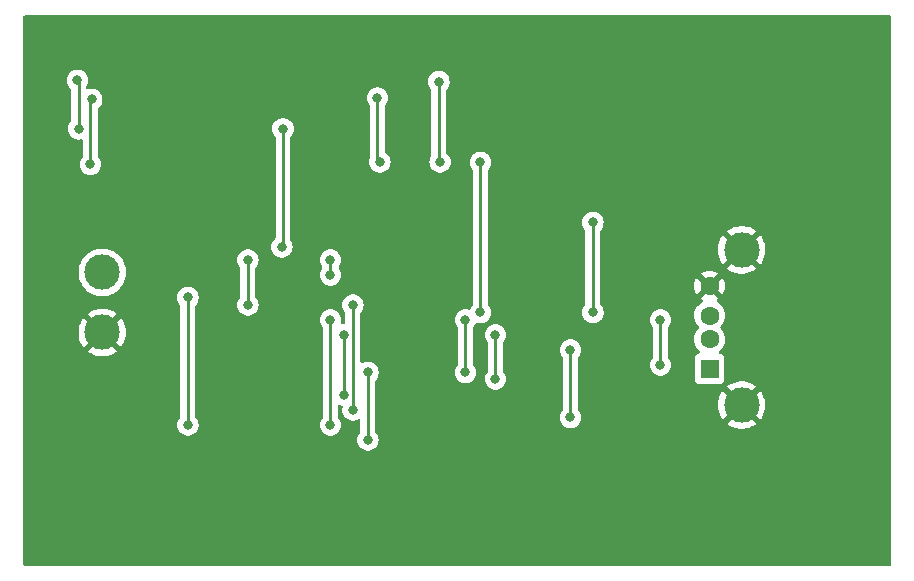
<source format=gbr>
%TF.GenerationSoftware,KiCad,Pcbnew,(6.0.4)*%
%TF.CreationDate,2022-04-27T12:43:55-07:00*%
%TF.ProjectId,SolarChargerV2,536f6c61-7243-4686-9172-67657256322e,rev?*%
%TF.SameCoordinates,Original*%
%TF.FileFunction,Copper,L2,Bot*%
%TF.FilePolarity,Positive*%
%FSLAX46Y46*%
G04 Gerber Fmt 4.6, Leading zero omitted, Abs format (unit mm)*
G04 Created by KiCad (PCBNEW (6.0.4)) date 2022-04-27 12:43:55*
%MOMM*%
%LPD*%
G01*
G04 APERTURE LIST*
%TA.AperFunction,ComponentPad*%
%ADD10C,3.000000*%
%TD*%
%TA.AperFunction,ComponentPad*%
%ADD11R,1.500000X1.600000*%
%TD*%
%TA.AperFunction,ComponentPad*%
%ADD12C,1.600000*%
%TD*%
%TA.AperFunction,ViaPad*%
%ADD13C,0.800000*%
%TD*%
%TA.AperFunction,Conductor*%
%ADD14C,0.250000*%
%TD*%
G04 APERTURE END LIST*
D10*
%TO.P,SC1,1,+*%
%TO.N,Net-(C1-Pad1)*%
X100700000Y-66460000D03*
%TO.P,SC1,2,-*%
%TO.N,GND*%
X100700000Y-71540000D03*
%TD*%
D11*
%TO.P,J1,1,VBUS*%
%TO.N,Net-(C7-Pad1)*%
X152120000Y-74620000D03*
D12*
%TO.P,J1,2,D-*%
%TO.N,unconnected-(J1-Pad2)*%
X152120000Y-72120000D03*
%TO.P,J1,3,D+*%
%TO.N,unconnected-(J1-Pad3)*%
X152120000Y-70120000D03*
%TO.P,J1,4,GND*%
%TO.N,GND*%
X152120000Y-67620000D03*
D10*
%TO.P,J1,5,Shield*%
X154830000Y-64550000D03*
X154830000Y-77690000D03*
%TD*%
D13*
%TO.N,GND*%
X97700000Y-71600000D03*
X97600000Y-59800000D03*
%TO.N,Net-(C6-Pad2)*%
X129200000Y-50300000D03*
X98700000Y-54300000D03*
X129300000Y-57100000D03*
X98600000Y-50200000D03*
%TO.N,Net-(Q1-Pad5)*%
X124200000Y-57100000D03*
X124000000Y-51700000D03*
X99800000Y-51800000D03*
X99700000Y-57300000D03*
%TO.N,Net-(C1-Pad1)*%
X115900000Y-64300000D03*
X116000000Y-54300000D03*
%TO.N,Net-(C4-Pad1)*%
X120015000Y-70485000D03*
X120015000Y-79375000D03*
%TO.N,Net-(C5-Pad1)*%
X140335000Y-78740000D03*
X140335000Y-73025000D03*
%TO.N,GND*%
X127000000Y-81915000D03*
X127000000Y-74205500D03*
X147320000Y-64770000D03*
X104140000Y-76835000D03*
X147320000Y-59690000D03*
X109855000Y-74930000D03*
X109855000Y-79375000D03*
X104140000Y-83820000D03*
X109855000Y-82550000D03*
%TO.N,Net-(C1-Pad1)*%
X107950000Y-79375000D03*
X107950000Y-68580000D03*
%TO.N,Net-(C2-Pad1)*%
X120015000Y-65405000D03*
X113030000Y-69215000D03*
X120015000Y-66675000D03*
X113030000Y-65405000D03*
%TO.N,Net-(R3-Pad1)*%
X123190000Y-74930000D03*
X131445000Y-70485000D03*
X131445000Y-74930000D03*
X123190000Y-80645000D03*
%TO.N,Net-(R4-Pad1)*%
X121920000Y-69215000D03*
X121920000Y-78105000D03*
%TO.N,Net-(C7-Pad1)*%
X142240000Y-62230000D03*
X147955000Y-70485000D03*
X142240000Y-69850000D03*
X147955000Y-74295000D03*
%TO.N,Net-(R6-Pad2)*%
X121195500Y-71755000D03*
X121195500Y-76835000D03*
%TO.N,Net-(U1-Pad6)*%
X133985000Y-71755000D03*
X133985000Y-75475500D03*
%TO.N,Net-(Q1-Pad5)*%
X132715000Y-69850000D03*
X132715000Y-57150000D03*
%TD*%
D14*
%TO.N,GND*%
X97600000Y-59800000D02*
X97600000Y-71500000D01*
X97600000Y-71500000D02*
X97700000Y-71600000D01*
%TO.N,Net-(C6-Pad2)*%
X129200000Y-57000000D02*
X129300000Y-57100000D01*
X129200000Y-50300000D02*
X129200000Y-57000000D01*
X98700000Y-50300000D02*
X98600000Y-50200000D01*
X98700000Y-54300000D02*
X98700000Y-50300000D01*
%TO.N,Net-(Q1-Pad5)*%
X124000000Y-56900000D02*
X124200000Y-57100000D01*
X124000000Y-51700000D02*
X124000000Y-56900000D01*
X99700000Y-51900000D02*
X99800000Y-51800000D01*
X99700000Y-57300000D02*
X99700000Y-51900000D01*
%TO.N,Net-(C1-Pad1)*%
X116000000Y-64200000D02*
X115900000Y-64300000D01*
X116000000Y-54300000D02*
X116000000Y-64200000D01*
%TO.N,Net-(C4-Pad1)*%
X120015000Y-79375000D02*
X120015000Y-70485000D01*
%TO.N,Net-(C5-Pad1)*%
X140335000Y-78740000D02*
X140335000Y-73025000D01*
%TO.N,GND*%
X147320000Y-64770000D02*
X147320000Y-59690000D01*
X104140000Y-83820000D02*
X104140000Y-76835000D01*
X127000000Y-74205500D02*
X127000000Y-81915000D01*
X109855000Y-82550000D02*
X109855000Y-79375000D01*
X109855000Y-74930000D02*
X109855000Y-79375000D01*
%TO.N,Net-(C1-Pad1)*%
X107950000Y-79375000D02*
X107950000Y-68580000D01*
%TO.N,Net-(C2-Pad1)*%
X113030000Y-69215000D02*
X113030000Y-65405000D01*
X120015000Y-65405000D02*
X120015000Y-66675000D01*
%TO.N,Net-(R3-Pad1)*%
X131445000Y-74930000D02*
X131445000Y-70485000D01*
X123190000Y-80645000D02*
X123190000Y-74930000D01*
%TO.N,Net-(R4-Pad1)*%
X121920000Y-69215000D02*
X121920000Y-78105000D01*
%TO.N,Net-(C7-Pad1)*%
X142240000Y-62230000D02*
X142240000Y-69850000D01*
X147955000Y-74295000D02*
X147955000Y-70485000D01*
%TO.N,Net-(R6-Pad2)*%
X121195500Y-71755000D02*
X121195500Y-76835000D01*
%TO.N,Net-(U1-Pad6)*%
X133985000Y-71755000D02*
X133985000Y-75475500D01*
%TO.N,Net-(Q1-Pad5)*%
X132715000Y-69850000D02*
X132715000Y-57150000D01*
%TD*%
%TA.AperFunction,Conductor*%
%TO.N,GND*%
G36*
X167433621Y-44728502D02*
G01*
X167480114Y-44782158D01*
X167491500Y-44834500D01*
X167491500Y-91165500D01*
X167471498Y-91233621D01*
X167417842Y-91280114D01*
X167365500Y-91291500D01*
X94134500Y-91291500D01*
X94066379Y-91271498D01*
X94019886Y-91217842D01*
X94008500Y-91165500D01*
X94008500Y-79375000D01*
X107036496Y-79375000D01*
X107037186Y-79381565D01*
X107053187Y-79533803D01*
X107056458Y-79564928D01*
X107115473Y-79746556D01*
X107210960Y-79911944D01*
X107338747Y-80053866D01*
X107493248Y-80166118D01*
X107499276Y-80168802D01*
X107499278Y-80168803D01*
X107661681Y-80241109D01*
X107667712Y-80243794D01*
X107761113Y-80263647D01*
X107848056Y-80282128D01*
X107848061Y-80282128D01*
X107854513Y-80283500D01*
X108045487Y-80283500D01*
X108051939Y-80282128D01*
X108051944Y-80282128D01*
X108138887Y-80263647D01*
X108232288Y-80243794D01*
X108238319Y-80241109D01*
X108400722Y-80168803D01*
X108400724Y-80168802D01*
X108406752Y-80166118D01*
X108561253Y-80053866D01*
X108689040Y-79911944D01*
X108784527Y-79746556D01*
X108843542Y-79564928D01*
X108846814Y-79533803D01*
X108862814Y-79381565D01*
X108863504Y-79375000D01*
X119101496Y-79375000D01*
X119102186Y-79381565D01*
X119118187Y-79533803D01*
X119121458Y-79564928D01*
X119180473Y-79746556D01*
X119275960Y-79911944D01*
X119403747Y-80053866D01*
X119558248Y-80166118D01*
X119564276Y-80168802D01*
X119564278Y-80168803D01*
X119726681Y-80241109D01*
X119732712Y-80243794D01*
X119826113Y-80263647D01*
X119913056Y-80282128D01*
X119913061Y-80282128D01*
X119919513Y-80283500D01*
X120110487Y-80283500D01*
X120116939Y-80282128D01*
X120116944Y-80282128D01*
X120203887Y-80263647D01*
X120297288Y-80243794D01*
X120303319Y-80241109D01*
X120465722Y-80168803D01*
X120465724Y-80168802D01*
X120471752Y-80166118D01*
X120626253Y-80053866D01*
X120754040Y-79911944D01*
X120849527Y-79746556D01*
X120908542Y-79564928D01*
X120911814Y-79533803D01*
X120927814Y-79381565D01*
X120928504Y-79375000D01*
X120908542Y-79185072D01*
X120849527Y-79003444D01*
X120754040Y-78838056D01*
X120680863Y-78756785D01*
X120650147Y-78692779D01*
X120648500Y-78672476D01*
X120648500Y-77779960D01*
X120668502Y-77711839D01*
X120722158Y-77665346D01*
X120792432Y-77655242D01*
X120825748Y-77664853D01*
X120853454Y-77677188D01*
X120888890Y-77692965D01*
X120913212Y-77703794D01*
X120919667Y-77705166D01*
X120919676Y-77705169D01*
X120946478Y-77710866D01*
X121008951Y-77744594D01*
X121043272Y-77806744D01*
X121040113Y-77873046D01*
X121026458Y-77915072D01*
X121006496Y-78105000D01*
X121007186Y-78111565D01*
X121018055Y-78214974D01*
X121026458Y-78294928D01*
X121085473Y-78476556D01*
X121180960Y-78641944D01*
X121308747Y-78783866D01*
X121463248Y-78896118D01*
X121469276Y-78898802D01*
X121469278Y-78898803D01*
X121631681Y-78971109D01*
X121637712Y-78973794D01*
X121731113Y-78993647D01*
X121818056Y-79012128D01*
X121818061Y-79012128D01*
X121824513Y-79013500D01*
X122015487Y-79013500D01*
X122021939Y-79012128D01*
X122021944Y-79012128D01*
X122108887Y-78993647D01*
X122202288Y-78973794D01*
X122226656Y-78962945D01*
X122376752Y-78896118D01*
X122377677Y-78898196D01*
X122436488Y-78883924D01*
X122503581Y-78907141D01*
X122547472Y-78962945D01*
X122556500Y-79009782D01*
X122556500Y-79942476D01*
X122536498Y-80010597D01*
X122524142Y-80026779D01*
X122450960Y-80108056D01*
X122355473Y-80273444D01*
X122296458Y-80455072D01*
X122276496Y-80645000D01*
X122296458Y-80834928D01*
X122355473Y-81016556D01*
X122450960Y-81181944D01*
X122578747Y-81323866D01*
X122733248Y-81436118D01*
X122739276Y-81438802D01*
X122739278Y-81438803D01*
X122901681Y-81511109D01*
X122907712Y-81513794D01*
X123001112Y-81533647D01*
X123088056Y-81552128D01*
X123088061Y-81552128D01*
X123094513Y-81553500D01*
X123285487Y-81553500D01*
X123291939Y-81552128D01*
X123291944Y-81552128D01*
X123378888Y-81533647D01*
X123472288Y-81513794D01*
X123478319Y-81511109D01*
X123640722Y-81438803D01*
X123640724Y-81438802D01*
X123646752Y-81436118D01*
X123801253Y-81323866D01*
X123929040Y-81181944D01*
X124024527Y-81016556D01*
X124083542Y-80834928D01*
X124103504Y-80645000D01*
X124083542Y-80455072D01*
X124024527Y-80273444D01*
X123929040Y-80108056D01*
X123855863Y-80026785D01*
X123825147Y-79962779D01*
X123823500Y-79942476D01*
X123823500Y-78740000D01*
X139421496Y-78740000D01*
X139422186Y-78746565D01*
X139438187Y-78898803D01*
X139441458Y-78929928D01*
X139500473Y-79111556D01*
X139595960Y-79276944D01*
X139723747Y-79418866D01*
X139878248Y-79531118D01*
X139884276Y-79533802D01*
X139884278Y-79533803D01*
X140046681Y-79606109D01*
X140052712Y-79608794D01*
X140146113Y-79628647D01*
X140233056Y-79647128D01*
X140233061Y-79647128D01*
X140239513Y-79648500D01*
X140430487Y-79648500D01*
X140436939Y-79647128D01*
X140436944Y-79647128D01*
X140523887Y-79628647D01*
X140617288Y-79608794D01*
X140623319Y-79606109D01*
X140785722Y-79533803D01*
X140785724Y-79533802D01*
X140791752Y-79531118D01*
X140946253Y-79418866D01*
X141071600Y-79279654D01*
X153605618Y-79279654D01*
X153612673Y-79289627D01*
X153643679Y-79315551D01*
X153650598Y-79320579D01*
X153875272Y-79461515D01*
X153882807Y-79465556D01*
X154124520Y-79574694D01*
X154132551Y-79577680D01*
X154386832Y-79653002D01*
X154395184Y-79654869D01*
X154657340Y-79694984D01*
X154665874Y-79695700D01*
X154931045Y-79699867D01*
X154939596Y-79699418D01*
X155202883Y-79667557D01*
X155211284Y-79665955D01*
X155467824Y-79598653D01*
X155475926Y-79595926D01*
X155720949Y-79494434D01*
X155728617Y-79490628D01*
X155957598Y-79356822D01*
X155964679Y-79352009D01*
X156044655Y-79289301D01*
X156053125Y-79277442D01*
X156046608Y-79265818D01*
X154842812Y-78062022D01*
X154828868Y-78054408D01*
X154827035Y-78054539D01*
X154820420Y-78058790D01*
X153612910Y-79266300D01*
X153605618Y-79279654D01*
X141071600Y-79279654D01*
X141074040Y-79276944D01*
X141169527Y-79111556D01*
X141228542Y-78929928D01*
X141231814Y-78898803D01*
X141247814Y-78746565D01*
X141248504Y-78740000D01*
X141228542Y-78550072D01*
X141169527Y-78368444D01*
X141074040Y-78203056D01*
X141000863Y-78121785D01*
X140970147Y-78057779D01*
X140968500Y-78037476D01*
X140968500Y-77673204D01*
X152817665Y-77673204D01*
X152832932Y-77937969D01*
X152834005Y-77946470D01*
X152885065Y-78206722D01*
X152887276Y-78214974D01*
X152973184Y-78465894D01*
X152976499Y-78473779D01*
X153095664Y-78710713D01*
X153100020Y-78718079D01*
X153229347Y-78906250D01*
X153239601Y-78914594D01*
X153253342Y-78907448D01*
X154457978Y-77702812D01*
X154464356Y-77691132D01*
X155194408Y-77691132D01*
X155194539Y-77692965D01*
X155198790Y-77699580D01*
X156405730Y-78906520D01*
X156417939Y-78913187D01*
X156429439Y-78904497D01*
X156526831Y-78771913D01*
X156531418Y-78764685D01*
X156657962Y-78531621D01*
X156661530Y-78523827D01*
X156755271Y-78275750D01*
X156757748Y-78267544D01*
X156816954Y-78009038D01*
X156818294Y-78000577D01*
X156842031Y-77734616D01*
X156842277Y-77729677D01*
X156842666Y-77692485D01*
X156842523Y-77687519D01*
X156824362Y-77421123D01*
X156823201Y-77412649D01*
X156769419Y-77152944D01*
X156767120Y-77144709D01*
X156678588Y-76894705D01*
X156675191Y-76886854D01*
X156553550Y-76651178D01*
X156549122Y-76643866D01*
X156430031Y-76474417D01*
X156419509Y-76466037D01*
X156406121Y-76473089D01*
X155202022Y-77677188D01*
X155194408Y-77691132D01*
X154464356Y-77691132D01*
X154465592Y-77688868D01*
X154465461Y-77687035D01*
X154461210Y-77680420D01*
X153253814Y-76473024D01*
X153241804Y-76466466D01*
X153230064Y-76475434D01*
X153121935Y-76625911D01*
X153117418Y-76633196D01*
X152993325Y-76867567D01*
X152989839Y-76875395D01*
X152898700Y-77124446D01*
X152896311Y-77132670D01*
X152839812Y-77391795D01*
X152838563Y-77400250D01*
X152817754Y-77664653D01*
X152817665Y-77673204D01*
X140968500Y-77673204D01*
X140968500Y-76102500D01*
X153606584Y-76102500D01*
X153612980Y-76113770D01*
X154817188Y-77317978D01*
X154831132Y-77325592D01*
X154832965Y-77325461D01*
X154839580Y-77321210D01*
X156046604Y-76114186D01*
X156053795Y-76101017D01*
X156046473Y-76090780D01*
X155999233Y-76052115D01*
X155992261Y-76047160D01*
X155766122Y-75908582D01*
X155758552Y-75904624D01*
X155515704Y-75798022D01*
X155507644Y-75795120D01*
X155252592Y-75722467D01*
X155244214Y-75720685D01*
X154981656Y-75683318D01*
X154973111Y-75682691D01*
X154707908Y-75681302D01*
X154699374Y-75681839D01*
X154436433Y-75716456D01*
X154428035Y-75718149D01*
X154172238Y-75788127D01*
X154164143Y-75790946D01*
X153920199Y-75894997D01*
X153912577Y-75898881D01*
X153685013Y-76035075D01*
X153677981Y-76039962D01*
X153615053Y-76090377D01*
X153606584Y-76102500D01*
X140968500Y-76102500D01*
X140968500Y-74295000D01*
X147041496Y-74295000D01*
X147061458Y-74484928D01*
X147120473Y-74666556D01*
X147215960Y-74831944D01*
X147343747Y-74973866D01*
X147498248Y-75086118D01*
X147504276Y-75088802D01*
X147504278Y-75088803D01*
X147666681Y-75161109D01*
X147672712Y-75163794D01*
X147766113Y-75183647D01*
X147853056Y-75202128D01*
X147853061Y-75202128D01*
X147859513Y-75203500D01*
X148050487Y-75203500D01*
X148056939Y-75202128D01*
X148056944Y-75202128D01*
X148143887Y-75183647D01*
X148237288Y-75163794D01*
X148243319Y-75161109D01*
X148405722Y-75088803D01*
X148405724Y-75088802D01*
X148411752Y-75086118D01*
X148566253Y-74973866D01*
X148694040Y-74831944D01*
X148789527Y-74666556D01*
X148848542Y-74484928D01*
X148868504Y-74295000D01*
X148853377Y-74151076D01*
X148849232Y-74111635D01*
X148849232Y-74111633D01*
X148848542Y-74105072D01*
X148789527Y-73923444D01*
X148694040Y-73758056D01*
X148620863Y-73676785D01*
X148590147Y-73612779D01*
X148588500Y-73592476D01*
X148588500Y-72120000D01*
X150806502Y-72120000D01*
X150826457Y-72348087D01*
X150827881Y-72353400D01*
X150827881Y-72353402D01*
X150850341Y-72437221D01*
X150885716Y-72569243D01*
X150888039Y-72574224D01*
X150888039Y-72574225D01*
X150980151Y-72771762D01*
X150980154Y-72771767D01*
X150982477Y-72776749D01*
X151113802Y-72964300D01*
X151272642Y-73123140D01*
X151306668Y-73185452D01*
X151301603Y-73256267D01*
X151259056Y-73313103D01*
X151227777Y-73330216D01*
X151200004Y-73340628D01*
X151131705Y-73366232D01*
X151131704Y-73366233D01*
X151123295Y-73369385D01*
X151006739Y-73456739D01*
X150919385Y-73573295D01*
X150868255Y-73709684D01*
X150861500Y-73771866D01*
X150861500Y-75468134D01*
X150868255Y-75530316D01*
X150919385Y-75666705D01*
X151006739Y-75783261D01*
X151123295Y-75870615D01*
X151259684Y-75921745D01*
X151321866Y-75928500D01*
X152918134Y-75928500D01*
X152980316Y-75921745D01*
X153116705Y-75870615D01*
X153233261Y-75783261D01*
X153320615Y-75666705D01*
X153371745Y-75530316D01*
X153378500Y-75468134D01*
X153378500Y-73771866D01*
X153371745Y-73709684D01*
X153320615Y-73573295D01*
X153233261Y-73456739D01*
X153116705Y-73369385D01*
X153108296Y-73366233D01*
X153108295Y-73366232D01*
X153039996Y-73340628D01*
X153012223Y-73330217D01*
X152955459Y-73287576D01*
X152930759Y-73221015D01*
X152945966Y-73151666D01*
X152967358Y-73123140D01*
X153126198Y-72964300D01*
X153257523Y-72776749D01*
X153259846Y-72771767D01*
X153259849Y-72771762D01*
X153351961Y-72574225D01*
X153351961Y-72574224D01*
X153354284Y-72569243D01*
X153389660Y-72437221D01*
X153412119Y-72353402D01*
X153412119Y-72353400D01*
X153413543Y-72348087D01*
X153433498Y-72120000D01*
X153413543Y-71891913D01*
X153354284Y-71670757D01*
X153294694Y-71542965D01*
X153259849Y-71468238D01*
X153259846Y-71468233D01*
X153257523Y-71463251D01*
X153126198Y-71275700D01*
X153059593Y-71209095D01*
X153025567Y-71146783D01*
X153030632Y-71075968D01*
X153059593Y-71030905D01*
X153126198Y-70964300D01*
X153257523Y-70776749D01*
X153259846Y-70771767D01*
X153259849Y-70771762D01*
X153351961Y-70574225D01*
X153351961Y-70574224D01*
X153354284Y-70569243D01*
X153374482Y-70493866D01*
X153412119Y-70353402D01*
X153412119Y-70353400D01*
X153413543Y-70348087D01*
X153433498Y-70120000D01*
X153413543Y-69891913D01*
X153407446Y-69869158D01*
X153355707Y-69676067D01*
X153355706Y-69676065D01*
X153354284Y-69670757D01*
X153343683Y-69648022D01*
X153259849Y-69468238D01*
X153259846Y-69468233D01*
X153257523Y-69463251D01*
X153148922Y-69308153D01*
X153129357Y-69280211D01*
X153129355Y-69280208D01*
X153126198Y-69275700D01*
X152964300Y-69113802D01*
X152959792Y-69110645D01*
X152959789Y-69110643D01*
X152781253Y-68985631D01*
X152776749Y-68982477D01*
X152771765Y-68980153D01*
X152769472Y-68978829D01*
X152720479Y-68927447D01*
X152707043Y-68857733D01*
X152733429Y-68791822D01*
X152769472Y-68760591D01*
X152781002Y-68753934D01*
X152833048Y-68717491D01*
X152841424Y-68707012D01*
X152834356Y-68693566D01*
X152132812Y-67992022D01*
X152118868Y-67984408D01*
X152117035Y-67984539D01*
X152110420Y-67988790D01*
X151404923Y-68694287D01*
X151398493Y-68706062D01*
X151407789Y-68718077D01*
X151458998Y-68753934D01*
X151470528Y-68760591D01*
X151519521Y-68811973D01*
X151532958Y-68881687D01*
X151506571Y-68947598D01*
X151470528Y-68978829D01*
X151468235Y-68980153D01*
X151463251Y-68982477D01*
X151458747Y-68985631D01*
X151280211Y-69110643D01*
X151280208Y-69110645D01*
X151275700Y-69113802D01*
X151113802Y-69275700D01*
X151110645Y-69280208D01*
X151110643Y-69280211D01*
X151091078Y-69308153D01*
X150982477Y-69463251D01*
X150980154Y-69468233D01*
X150980151Y-69468238D01*
X150896317Y-69648022D01*
X150885716Y-69670757D01*
X150884294Y-69676065D01*
X150884293Y-69676067D01*
X150832554Y-69869158D01*
X150826457Y-69891913D01*
X150806502Y-70120000D01*
X150826457Y-70348087D01*
X150827881Y-70353400D01*
X150827881Y-70353402D01*
X150865519Y-70493866D01*
X150885716Y-70569243D01*
X150888039Y-70574224D01*
X150888039Y-70574225D01*
X150980151Y-70771762D01*
X150980154Y-70771767D01*
X150982477Y-70776749D01*
X151113802Y-70964300D01*
X151180407Y-71030905D01*
X151214433Y-71093217D01*
X151209368Y-71164032D01*
X151180407Y-71209095D01*
X151113802Y-71275700D01*
X150982477Y-71463251D01*
X150980154Y-71468233D01*
X150980151Y-71468238D01*
X150945306Y-71542965D01*
X150885716Y-71670757D01*
X150826457Y-71891913D01*
X150806502Y-72120000D01*
X148588500Y-72120000D01*
X148588500Y-71187524D01*
X148608502Y-71119403D01*
X148620858Y-71103221D01*
X148694040Y-71021944D01*
X148789527Y-70856556D01*
X148848542Y-70674928D01*
X148851814Y-70643803D01*
X148867814Y-70491565D01*
X148868504Y-70485000D01*
X148850791Y-70316466D01*
X148849232Y-70301635D01*
X148849232Y-70301633D01*
X148848542Y-70295072D01*
X148789527Y-70113444D01*
X148694040Y-69948056D01*
X148648744Y-69897749D01*
X148570675Y-69811045D01*
X148570674Y-69811044D01*
X148566253Y-69806134D01*
X148411752Y-69693882D01*
X148405724Y-69691198D01*
X148405722Y-69691197D01*
X148243319Y-69618891D01*
X148243318Y-69618891D01*
X148237288Y-69616206D01*
X148124721Y-69592279D01*
X148056944Y-69577872D01*
X148056939Y-69577872D01*
X148050487Y-69576500D01*
X147859513Y-69576500D01*
X147853061Y-69577872D01*
X147853056Y-69577872D01*
X147785279Y-69592279D01*
X147672712Y-69616206D01*
X147666682Y-69618891D01*
X147666681Y-69618891D01*
X147504278Y-69691197D01*
X147504276Y-69691198D01*
X147498248Y-69693882D01*
X147343747Y-69806134D01*
X147339326Y-69811044D01*
X147339325Y-69811045D01*
X147261257Y-69897749D01*
X147215960Y-69948056D01*
X147120473Y-70113444D01*
X147061458Y-70295072D01*
X147060768Y-70301633D01*
X147060768Y-70301635D01*
X147059209Y-70316466D01*
X147041496Y-70485000D01*
X147042186Y-70491565D01*
X147058187Y-70643803D01*
X147061458Y-70674928D01*
X147120473Y-70856556D01*
X147215960Y-71021944D01*
X147289137Y-71103215D01*
X147319853Y-71167221D01*
X147321500Y-71187524D01*
X147321500Y-73592476D01*
X147301498Y-73660597D01*
X147289142Y-73676779D01*
X147215960Y-73758056D01*
X147120473Y-73923444D01*
X147061458Y-74105072D01*
X147060768Y-74111633D01*
X147060768Y-74111635D01*
X147056623Y-74151076D01*
X147041496Y-74295000D01*
X140968500Y-74295000D01*
X140968500Y-73727524D01*
X140988502Y-73659403D01*
X141000858Y-73643221D01*
X141074040Y-73561944D01*
X141151558Y-73427680D01*
X141166223Y-73402279D01*
X141166224Y-73402278D01*
X141169527Y-73396556D01*
X141228542Y-73214928D01*
X141248504Y-73025000D01*
X141228542Y-72835072D01*
X141169527Y-72653444D01*
X141147150Y-72614685D01*
X141077341Y-72493774D01*
X141074040Y-72488056D01*
X140946253Y-72346134D01*
X140791752Y-72233882D01*
X140785724Y-72231198D01*
X140785722Y-72231197D01*
X140623319Y-72158891D01*
X140623318Y-72158891D01*
X140617288Y-72156206D01*
X140504721Y-72132279D01*
X140436944Y-72117872D01*
X140436939Y-72117872D01*
X140430487Y-72116500D01*
X140239513Y-72116500D01*
X140233061Y-72117872D01*
X140233056Y-72117872D01*
X140165279Y-72132279D01*
X140052712Y-72156206D01*
X140046682Y-72158891D01*
X140046681Y-72158891D01*
X139884278Y-72231197D01*
X139884276Y-72231198D01*
X139878248Y-72233882D01*
X139723747Y-72346134D01*
X139595960Y-72488056D01*
X139592659Y-72493774D01*
X139522851Y-72614685D01*
X139500473Y-72653444D01*
X139441458Y-72835072D01*
X139421496Y-73025000D01*
X139441458Y-73214928D01*
X139500473Y-73396556D01*
X139503776Y-73402278D01*
X139503777Y-73402279D01*
X139518442Y-73427680D01*
X139595960Y-73561944D01*
X139669137Y-73643215D01*
X139699853Y-73707221D01*
X139701500Y-73727524D01*
X139701500Y-78037476D01*
X139681498Y-78105597D01*
X139669142Y-78121779D01*
X139595960Y-78203056D01*
X139500473Y-78368444D01*
X139441458Y-78550072D01*
X139421496Y-78740000D01*
X123823500Y-78740000D01*
X123823500Y-75632524D01*
X123843502Y-75564403D01*
X123855858Y-75548221D01*
X123929040Y-75466944D01*
X124024527Y-75301556D01*
X124083542Y-75119928D01*
X124084562Y-75110229D01*
X124102814Y-74936565D01*
X124103504Y-74930000D01*
X130531496Y-74930000D01*
X130532186Y-74936565D01*
X130550439Y-75110229D01*
X130551458Y-75119928D01*
X130610473Y-75301556D01*
X130705960Y-75466944D01*
X130833747Y-75608866D01*
X130988248Y-75721118D01*
X130994276Y-75723802D01*
X130994278Y-75723803D01*
X131127824Y-75783261D01*
X131162712Y-75798794D01*
X131256112Y-75818647D01*
X131343056Y-75837128D01*
X131343061Y-75837128D01*
X131349513Y-75838500D01*
X131540487Y-75838500D01*
X131546939Y-75837128D01*
X131546944Y-75837128D01*
X131633888Y-75818647D01*
X131727288Y-75798794D01*
X131762176Y-75783261D01*
X131895722Y-75723803D01*
X131895724Y-75723802D01*
X131901752Y-75721118D01*
X132056253Y-75608866D01*
X132176336Y-75475500D01*
X133071496Y-75475500D01*
X133072186Y-75482065D01*
X133090709Y-75658297D01*
X133091458Y-75665428D01*
X133150473Y-75847056D01*
X133245960Y-76012444D01*
X133373747Y-76154366D01*
X133528248Y-76266618D01*
X133534276Y-76269302D01*
X133534278Y-76269303D01*
X133696681Y-76341609D01*
X133702712Y-76344294D01*
X133796112Y-76364147D01*
X133883056Y-76382628D01*
X133883061Y-76382628D01*
X133889513Y-76384000D01*
X134080487Y-76384000D01*
X134086939Y-76382628D01*
X134086944Y-76382628D01*
X134173888Y-76364147D01*
X134267288Y-76344294D01*
X134273319Y-76341609D01*
X134435722Y-76269303D01*
X134435724Y-76269302D01*
X134441752Y-76266618D01*
X134596253Y-76154366D01*
X134724040Y-76012444D01*
X134819527Y-75847056D01*
X134878542Y-75665428D01*
X134879292Y-75658297D01*
X134897814Y-75482065D01*
X134898504Y-75475500D01*
X134897004Y-75461226D01*
X134879232Y-75292135D01*
X134879232Y-75292133D01*
X134878542Y-75285572D01*
X134819527Y-75103944D01*
X134806995Y-75082237D01*
X134727341Y-74944274D01*
X134724040Y-74938556D01*
X134650863Y-74857285D01*
X134620147Y-74793279D01*
X134618500Y-74772976D01*
X134618500Y-72457524D01*
X134638502Y-72389403D01*
X134650858Y-72373221D01*
X134724040Y-72291944D01*
X134819527Y-72126556D01*
X134878542Y-71944928D01*
X134898504Y-71755000D01*
X134878542Y-71565072D01*
X134819527Y-71383444D01*
X134724040Y-71218056D01*
X134715972Y-71209095D01*
X134600675Y-71081045D01*
X134600674Y-71081044D01*
X134596253Y-71076134D01*
X134484182Y-70994709D01*
X134447094Y-70967763D01*
X134447093Y-70967762D01*
X134441752Y-70963882D01*
X134435724Y-70961198D01*
X134435722Y-70961197D01*
X134273319Y-70888891D01*
X134273318Y-70888891D01*
X134267288Y-70886206D01*
X134154712Y-70862277D01*
X134086944Y-70847872D01*
X134086939Y-70847872D01*
X134080487Y-70846500D01*
X133889513Y-70846500D01*
X133883061Y-70847872D01*
X133883056Y-70847872D01*
X133815288Y-70862277D01*
X133702712Y-70886206D01*
X133696682Y-70888891D01*
X133696681Y-70888891D01*
X133534278Y-70961197D01*
X133534276Y-70961198D01*
X133528248Y-70963882D01*
X133522907Y-70967762D01*
X133522906Y-70967763D01*
X133485818Y-70994709D01*
X133373747Y-71076134D01*
X133369326Y-71081044D01*
X133369325Y-71081045D01*
X133254029Y-71209095D01*
X133245960Y-71218056D01*
X133150473Y-71383444D01*
X133091458Y-71565072D01*
X133071496Y-71755000D01*
X133091458Y-71944928D01*
X133150473Y-72126556D01*
X133245960Y-72291944D01*
X133319137Y-72373215D01*
X133349853Y-72437221D01*
X133351500Y-72457524D01*
X133351500Y-74772976D01*
X133331498Y-74841097D01*
X133319142Y-74857279D01*
X133245960Y-74938556D01*
X133242659Y-74944274D01*
X133163006Y-75082237D01*
X133150473Y-75103944D01*
X133091458Y-75285572D01*
X133090768Y-75292133D01*
X133090768Y-75292135D01*
X133072996Y-75461226D01*
X133071496Y-75475500D01*
X132176336Y-75475500D01*
X132184040Y-75466944D01*
X132279527Y-75301556D01*
X132338542Y-75119928D01*
X132339562Y-75110229D01*
X132357814Y-74936565D01*
X132358504Y-74930000D01*
X132338542Y-74740072D01*
X132279527Y-74558444D01*
X132184040Y-74393056D01*
X132110863Y-74311785D01*
X132080147Y-74247779D01*
X132078500Y-74227476D01*
X132078500Y-71187524D01*
X132098502Y-71119403D01*
X132110858Y-71103221D01*
X132184040Y-71021944D01*
X132279527Y-70856556D01*
X132282795Y-70846500D01*
X132296235Y-70805135D01*
X132336309Y-70746530D01*
X132401706Y-70718893D01*
X132442265Y-70720825D01*
X132613056Y-70757128D01*
X132613061Y-70757128D01*
X132619513Y-70758500D01*
X132810487Y-70758500D01*
X132816939Y-70757128D01*
X132816944Y-70757128D01*
X132912323Y-70736854D01*
X132997288Y-70718794D01*
X133081706Y-70681209D01*
X133165722Y-70643803D01*
X133165724Y-70643802D01*
X133171752Y-70641118D01*
X133326253Y-70528866D01*
X133365750Y-70485000D01*
X133449621Y-70391852D01*
X133449622Y-70391851D01*
X133454040Y-70386944D01*
X133549527Y-70221556D01*
X133608542Y-70039928D01*
X133611814Y-70008803D01*
X133627814Y-69856565D01*
X133628504Y-69850000D01*
X141326496Y-69850000D01*
X141327186Y-69856565D01*
X141343187Y-70008803D01*
X141346458Y-70039928D01*
X141405473Y-70221556D01*
X141500960Y-70386944D01*
X141505378Y-70391851D01*
X141505379Y-70391852D01*
X141589250Y-70485000D01*
X141628747Y-70528866D01*
X141783248Y-70641118D01*
X141789276Y-70643802D01*
X141789278Y-70643803D01*
X141873294Y-70681209D01*
X141957712Y-70718794D01*
X142042677Y-70736854D01*
X142138056Y-70757128D01*
X142138061Y-70757128D01*
X142144513Y-70758500D01*
X142335487Y-70758500D01*
X142341939Y-70757128D01*
X142341944Y-70757128D01*
X142437323Y-70736854D01*
X142522288Y-70718794D01*
X142606706Y-70681209D01*
X142690722Y-70643803D01*
X142690724Y-70643802D01*
X142696752Y-70641118D01*
X142851253Y-70528866D01*
X142890750Y-70485000D01*
X142974621Y-70391852D01*
X142974622Y-70391851D01*
X142979040Y-70386944D01*
X143074527Y-70221556D01*
X143133542Y-70039928D01*
X143136814Y-70008803D01*
X143152814Y-69856565D01*
X143153504Y-69850000D01*
X143142468Y-69744997D01*
X143134232Y-69666635D01*
X143134232Y-69666633D01*
X143133542Y-69660072D01*
X143074527Y-69478444D01*
X142979040Y-69313056D01*
X142905863Y-69231785D01*
X142875147Y-69167779D01*
X142873500Y-69147476D01*
X142873500Y-67625475D01*
X150807483Y-67625475D01*
X150826472Y-67842519D01*
X150828375Y-67853312D01*
X150884764Y-68063761D01*
X150888510Y-68074053D01*
X150980586Y-68271511D01*
X150986069Y-68281006D01*
X151022509Y-68333048D01*
X151032988Y-68341424D01*
X151046434Y-68334356D01*
X151747978Y-67632812D01*
X151754356Y-67621132D01*
X152484408Y-67621132D01*
X152484539Y-67622965D01*
X152488790Y-67629580D01*
X153194287Y-68335077D01*
X153206062Y-68341507D01*
X153218077Y-68332211D01*
X153253931Y-68281006D01*
X153259414Y-68271511D01*
X153351490Y-68074053D01*
X153355236Y-68063761D01*
X153411625Y-67853312D01*
X153413528Y-67842519D01*
X153432517Y-67625475D01*
X153432517Y-67614525D01*
X153413528Y-67397481D01*
X153411625Y-67386688D01*
X153355236Y-67176239D01*
X153351490Y-67165947D01*
X153259414Y-66968489D01*
X153253931Y-66958994D01*
X153217491Y-66906952D01*
X153207012Y-66898576D01*
X153193566Y-66905644D01*
X152492022Y-67607188D01*
X152484408Y-67621132D01*
X151754356Y-67621132D01*
X151755592Y-67618868D01*
X151755461Y-67617035D01*
X151751210Y-67610420D01*
X151045713Y-66904923D01*
X151033938Y-66898493D01*
X151021923Y-66907789D01*
X150986069Y-66958994D01*
X150980586Y-66968489D01*
X150888510Y-67165947D01*
X150884764Y-67176239D01*
X150828375Y-67386688D01*
X150826472Y-67397481D01*
X150807483Y-67614525D01*
X150807483Y-67625475D01*
X142873500Y-67625475D01*
X142873500Y-66532988D01*
X151398576Y-66532988D01*
X151405644Y-66546434D01*
X152107188Y-67247978D01*
X152121132Y-67255592D01*
X152122965Y-67255461D01*
X152129580Y-67251210D01*
X152835077Y-66545713D01*
X152841507Y-66533938D01*
X152832211Y-66521923D01*
X152781006Y-66486069D01*
X152771511Y-66480586D01*
X152574053Y-66388510D01*
X152563761Y-66384764D01*
X152353312Y-66328375D01*
X152342519Y-66326472D01*
X152125475Y-66307483D01*
X152114525Y-66307483D01*
X151897481Y-66326472D01*
X151886688Y-66328375D01*
X151676239Y-66384764D01*
X151665947Y-66388510D01*
X151468489Y-66480586D01*
X151458994Y-66486069D01*
X151406952Y-66522509D01*
X151398576Y-66532988D01*
X142873500Y-66532988D01*
X142873500Y-66139654D01*
X153605618Y-66139654D01*
X153612673Y-66149627D01*
X153643679Y-66175551D01*
X153650598Y-66180579D01*
X153875272Y-66321515D01*
X153882807Y-66325556D01*
X154124520Y-66434694D01*
X154132551Y-66437680D01*
X154386832Y-66513002D01*
X154395184Y-66514869D01*
X154657340Y-66554984D01*
X154665874Y-66555700D01*
X154931045Y-66559867D01*
X154939596Y-66559418D01*
X155202883Y-66527557D01*
X155211284Y-66525955D01*
X155467824Y-66458653D01*
X155475926Y-66455926D01*
X155720949Y-66354434D01*
X155728617Y-66350628D01*
X155957598Y-66216822D01*
X155964679Y-66212009D01*
X156044655Y-66149301D01*
X156053125Y-66137442D01*
X156046608Y-66125818D01*
X154842812Y-64922022D01*
X154828868Y-64914408D01*
X154827035Y-64914539D01*
X154820420Y-64918790D01*
X153612910Y-66126300D01*
X153605618Y-66139654D01*
X142873500Y-66139654D01*
X142873500Y-64533204D01*
X152817665Y-64533204D01*
X152832932Y-64797969D01*
X152834005Y-64806470D01*
X152885065Y-65066722D01*
X152887276Y-65074974D01*
X152973184Y-65325894D01*
X152976499Y-65333779D01*
X153095664Y-65570713D01*
X153100020Y-65578079D01*
X153229347Y-65766250D01*
X153239601Y-65774594D01*
X153253342Y-65767448D01*
X154457978Y-64562812D01*
X154464356Y-64551132D01*
X155194408Y-64551132D01*
X155194539Y-64552965D01*
X155198790Y-64559580D01*
X156405730Y-65766520D01*
X156417939Y-65773187D01*
X156429439Y-65764497D01*
X156526831Y-65631913D01*
X156531418Y-65624685D01*
X156657962Y-65391621D01*
X156661530Y-65383827D01*
X156755271Y-65135750D01*
X156757748Y-65127544D01*
X156816954Y-64869038D01*
X156818294Y-64860577D01*
X156842031Y-64594616D01*
X156842277Y-64589677D01*
X156842666Y-64552485D01*
X156842523Y-64547519D01*
X156824362Y-64281123D01*
X156823201Y-64272649D01*
X156769419Y-64012944D01*
X156767120Y-64004709D01*
X156678588Y-63754705D01*
X156675191Y-63746854D01*
X156553550Y-63511178D01*
X156549122Y-63503866D01*
X156430031Y-63334417D01*
X156419509Y-63326037D01*
X156406121Y-63333089D01*
X155202022Y-64537188D01*
X155194408Y-64551132D01*
X154464356Y-64551132D01*
X154465592Y-64548868D01*
X154465461Y-64547035D01*
X154461210Y-64540420D01*
X153253814Y-63333024D01*
X153241804Y-63326466D01*
X153230064Y-63335434D01*
X153121935Y-63485911D01*
X153117418Y-63493196D01*
X152993325Y-63727567D01*
X152989839Y-63735395D01*
X152898700Y-63984446D01*
X152896311Y-63992670D01*
X152839812Y-64251795D01*
X152838563Y-64260250D01*
X152817754Y-64524653D01*
X152817665Y-64533204D01*
X142873500Y-64533204D01*
X142873500Y-62962500D01*
X153606584Y-62962500D01*
X153612980Y-62973770D01*
X154817188Y-64177978D01*
X154831132Y-64185592D01*
X154832965Y-64185461D01*
X154839580Y-64181210D01*
X156046604Y-62974186D01*
X156053795Y-62961017D01*
X156046473Y-62950780D01*
X155999233Y-62912115D01*
X155992261Y-62907160D01*
X155766122Y-62768582D01*
X155758552Y-62764624D01*
X155515704Y-62658022D01*
X155507644Y-62655120D01*
X155252592Y-62582467D01*
X155244214Y-62580685D01*
X154981656Y-62543318D01*
X154973111Y-62542691D01*
X154707908Y-62541302D01*
X154699374Y-62541839D01*
X154436433Y-62576456D01*
X154428035Y-62578149D01*
X154172238Y-62648127D01*
X154164143Y-62650946D01*
X153920199Y-62754997D01*
X153912577Y-62758881D01*
X153685013Y-62895075D01*
X153677981Y-62899962D01*
X153615053Y-62950377D01*
X153606584Y-62962500D01*
X142873500Y-62962500D01*
X142873500Y-62932524D01*
X142893502Y-62864403D01*
X142905858Y-62848221D01*
X142979040Y-62766944D01*
X143074527Y-62601556D01*
X143133542Y-62419928D01*
X143153504Y-62230000D01*
X143133542Y-62040072D01*
X143074527Y-61858444D01*
X142979040Y-61693056D01*
X142851253Y-61551134D01*
X142696752Y-61438882D01*
X142690724Y-61436198D01*
X142690722Y-61436197D01*
X142528319Y-61363891D01*
X142528318Y-61363891D01*
X142522288Y-61361206D01*
X142428887Y-61341353D01*
X142341944Y-61322872D01*
X142341939Y-61322872D01*
X142335487Y-61321500D01*
X142144513Y-61321500D01*
X142138061Y-61322872D01*
X142138056Y-61322872D01*
X142051113Y-61341353D01*
X141957712Y-61361206D01*
X141951682Y-61363891D01*
X141951681Y-61363891D01*
X141789278Y-61436197D01*
X141789276Y-61436198D01*
X141783248Y-61438882D01*
X141628747Y-61551134D01*
X141500960Y-61693056D01*
X141405473Y-61858444D01*
X141346458Y-62040072D01*
X141326496Y-62230000D01*
X141346458Y-62419928D01*
X141405473Y-62601556D01*
X141500960Y-62766944D01*
X141574137Y-62848215D01*
X141604853Y-62912221D01*
X141606500Y-62932524D01*
X141606500Y-69147476D01*
X141586498Y-69215597D01*
X141574142Y-69231779D01*
X141500960Y-69313056D01*
X141405473Y-69478444D01*
X141346458Y-69660072D01*
X141345768Y-69666633D01*
X141345768Y-69666635D01*
X141337532Y-69744997D01*
X141326496Y-69850000D01*
X133628504Y-69850000D01*
X133617468Y-69744997D01*
X133609232Y-69666635D01*
X133609232Y-69666633D01*
X133608542Y-69660072D01*
X133549527Y-69478444D01*
X133454040Y-69313056D01*
X133380863Y-69231785D01*
X133350147Y-69167779D01*
X133348500Y-69147476D01*
X133348500Y-57852524D01*
X133368502Y-57784403D01*
X133380858Y-57768221D01*
X133454040Y-57686944D01*
X133549527Y-57521556D01*
X133608542Y-57339928D01*
X133628504Y-57150000D01*
X133608542Y-56960072D01*
X133549527Y-56778444D01*
X133454040Y-56613056D01*
X133426707Y-56582699D01*
X133330675Y-56476045D01*
X133330674Y-56476044D01*
X133326253Y-56471134D01*
X133227157Y-56399136D01*
X133177094Y-56362763D01*
X133177093Y-56362762D01*
X133171752Y-56358882D01*
X133165724Y-56356198D01*
X133165722Y-56356197D01*
X133003319Y-56283891D01*
X133003318Y-56283891D01*
X132997288Y-56281206D01*
X132903887Y-56261353D01*
X132816944Y-56242872D01*
X132816939Y-56242872D01*
X132810487Y-56241500D01*
X132619513Y-56241500D01*
X132613061Y-56242872D01*
X132613056Y-56242872D01*
X132526113Y-56261353D01*
X132432712Y-56281206D01*
X132426682Y-56283891D01*
X132426681Y-56283891D01*
X132264278Y-56356197D01*
X132264276Y-56356198D01*
X132258248Y-56358882D01*
X132252907Y-56362762D01*
X132252906Y-56362763D01*
X132202843Y-56399136D01*
X132103747Y-56471134D01*
X132099326Y-56476044D01*
X132099325Y-56476045D01*
X132003294Y-56582699D01*
X131975960Y-56613056D01*
X131880473Y-56778444D01*
X131821458Y-56960072D01*
X131801496Y-57150000D01*
X131821458Y-57339928D01*
X131880473Y-57521556D01*
X131975960Y-57686944D01*
X132049137Y-57768215D01*
X132079853Y-57832221D01*
X132081500Y-57852524D01*
X132081500Y-69147476D01*
X132061498Y-69215597D01*
X132049142Y-69231779D01*
X131975960Y-69313056D01*
X131880473Y-69478444D01*
X131878433Y-69484724D01*
X131878432Y-69484725D01*
X131863765Y-69529865D01*
X131823691Y-69588470D01*
X131758294Y-69616107D01*
X131717735Y-69614175D01*
X131546944Y-69577872D01*
X131546939Y-69577872D01*
X131540487Y-69576500D01*
X131349513Y-69576500D01*
X131343061Y-69577872D01*
X131343056Y-69577872D01*
X131275279Y-69592279D01*
X131162712Y-69616206D01*
X131156682Y-69618891D01*
X131156681Y-69618891D01*
X130994278Y-69691197D01*
X130994276Y-69691198D01*
X130988248Y-69693882D01*
X130833747Y-69806134D01*
X130829326Y-69811044D01*
X130829325Y-69811045D01*
X130751257Y-69897749D01*
X130705960Y-69948056D01*
X130610473Y-70113444D01*
X130551458Y-70295072D01*
X130550768Y-70301633D01*
X130550768Y-70301635D01*
X130549209Y-70316466D01*
X130531496Y-70485000D01*
X130532186Y-70491565D01*
X130548187Y-70643803D01*
X130551458Y-70674928D01*
X130610473Y-70856556D01*
X130705960Y-71021944D01*
X130779137Y-71103215D01*
X130809853Y-71167221D01*
X130811500Y-71187524D01*
X130811500Y-74227476D01*
X130791498Y-74295597D01*
X130779142Y-74311779D01*
X130705960Y-74393056D01*
X130610473Y-74558444D01*
X130551458Y-74740072D01*
X130531496Y-74930000D01*
X124103504Y-74930000D01*
X124083542Y-74740072D01*
X124024527Y-74558444D01*
X123929040Y-74393056D01*
X123801253Y-74251134D01*
X123646752Y-74138882D01*
X123640724Y-74136198D01*
X123640722Y-74136197D01*
X123478319Y-74063891D01*
X123478318Y-74063891D01*
X123472288Y-74061206D01*
X123378887Y-74041353D01*
X123291944Y-74022872D01*
X123291939Y-74022872D01*
X123285487Y-74021500D01*
X123094513Y-74021500D01*
X123088061Y-74022872D01*
X123088056Y-74022872D01*
X123001113Y-74041353D01*
X122907712Y-74061206D01*
X122901682Y-74063891D01*
X122901681Y-74063891D01*
X122809187Y-74105072D01*
X122733248Y-74138882D01*
X122732323Y-74136804D01*
X122673512Y-74151076D01*
X122606419Y-74127859D01*
X122562528Y-74072055D01*
X122553500Y-74025218D01*
X122553500Y-69917524D01*
X122573502Y-69849403D01*
X122585858Y-69833221D01*
X122659040Y-69751944D01*
X122754527Y-69586556D01*
X122813542Y-69404928D01*
X122833504Y-69215000D01*
X122813542Y-69025072D01*
X122754527Y-68843444D01*
X122733199Y-68806502D01*
X122668411Y-68694287D01*
X122659040Y-68678056D01*
X122531253Y-68536134D01*
X122395542Y-68437534D01*
X122382094Y-68427763D01*
X122382093Y-68427762D01*
X122376752Y-68423882D01*
X122370724Y-68421198D01*
X122370722Y-68421197D01*
X122208319Y-68348891D01*
X122208318Y-68348891D01*
X122202288Y-68346206D01*
X122108888Y-68326353D01*
X122021944Y-68307872D01*
X122021939Y-68307872D01*
X122015487Y-68306500D01*
X121824513Y-68306500D01*
X121818061Y-68307872D01*
X121818056Y-68307872D01*
X121731112Y-68326353D01*
X121637712Y-68346206D01*
X121631682Y-68348891D01*
X121631681Y-68348891D01*
X121469278Y-68421197D01*
X121469276Y-68421198D01*
X121463248Y-68423882D01*
X121457907Y-68427762D01*
X121457906Y-68427763D01*
X121444458Y-68437534D01*
X121308747Y-68536134D01*
X121180960Y-68678056D01*
X121171589Y-68694287D01*
X121106802Y-68806502D01*
X121085473Y-68843444D01*
X121026458Y-69025072D01*
X121006496Y-69215000D01*
X121026458Y-69404928D01*
X121085473Y-69586556D01*
X121180960Y-69751944D01*
X121254137Y-69833215D01*
X121284853Y-69897221D01*
X121286500Y-69917524D01*
X121286500Y-70720500D01*
X121266498Y-70788621D01*
X121212842Y-70835114D01*
X121160500Y-70846500D01*
X121100013Y-70846500D01*
X121093561Y-70847872D01*
X121093556Y-70847872D01*
X121047924Y-70857572D01*
X120977133Y-70852170D01*
X120920501Y-70809353D01*
X120896007Y-70742716D01*
X120901894Y-70695390D01*
X120906502Y-70681209D01*
X120906504Y-70681202D01*
X120908542Y-70674928D01*
X120911814Y-70643803D01*
X120927814Y-70491565D01*
X120928504Y-70485000D01*
X120910791Y-70316466D01*
X120909232Y-70301635D01*
X120909232Y-70301633D01*
X120908542Y-70295072D01*
X120849527Y-70113444D01*
X120754040Y-69948056D01*
X120708744Y-69897749D01*
X120630675Y-69811045D01*
X120630674Y-69811044D01*
X120626253Y-69806134D01*
X120471752Y-69693882D01*
X120465724Y-69691198D01*
X120465722Y-69691197D01*
X120303319Y-69618891D01*
X120303318Y-69618891D01*
X120297288Y-69616206D01*
X120184721Y-69592279D01*
X120116944Y-69577872D01*
X120116939Y-69577872D01*
X120110487Y-69576500D01*
X119919513Y-69576500D01*
X119913061Y-69577872D01*
X119913056Y-69577872D01*
X119845279Y-69592279D01*
X119732712Y-69616206D01*
X119726682Y-69618891D01*
X119726681Y-69618891D01*
X119564278Y-69691197D01*
X119564276Y-69691198D01*
X119558248Y-69693882D01*
X119403747Y-69806134D01*
X119399326Y-69811044D01*
X119399325Y-69811045D01*
X119321257Y-69897749D01*
X119275960Y-69948056D01*
X119180473Y-70113444D01*
X119121458Y-70295072D01*
X119120768Y-70301633D01*
X119120768Y-70301635D01*
X119119209Y-70316466D01*
X119101496Y-70485000D01*
X119102186Y-70491565D01*
X119118187Y-70643803D01*
X119121458Y-70674928D01*
X119180473Y-70856556D01*
X119275960Y-71021944D01*
X119349137Y-71103215D01*
X119379853Y-71167221D01*
X119381500Y-71187524D01*
X119381500Y-78672476D01*
X119361498Y-78740597D01*
X119349142Y-78756779D01*
X119275960Y-78838056D01*
X119180473Y-79003444D01*
X119121458Y-79185072D01*
X119101496Y-79375000D01*
X108863504Y-79375000D01*
X108843542Y-79185072D01*
X108784527Y-79003444D01*
X108689040Y-78838056D01*
X108615863Y-78756785D01*
X108585147Y-78692779D01*
X108583500Y-78672476D01*
X108583500Y-69282524D01*
X108603327Y-69215000D01*
X112116496Y-69215000D01*
X112136458Y-69404928D01*
X112195473Y-69586556D01*
X112290960Y-69751944D01*
X112295375Y-69756847D01*
X112295379Y-69756852D01*
X112412203Y-69886598D01*
X112418747Y-69893866D01*
X112573248Y-70006118D01*
X112579276Y-70008802D01*
X112579278Y-70008803D01*
X112741681Y-70081109D01*
X112747712Y-70083794D01*
X112841112Y-70103647D01*
X112928056Y-70122128D01*
X112928061Y-70122128D01*
X112934513Y-70123500D01*
X113125487Y-70123500D01*
X113131939Y-70122128D01*
X113131944Y-70122128D01*
X113218888Y-70103647D01*
X113312288Y-70083794D01*
X113318319Y-70081109D01*
X113480722Y-70008803D01*
X113480724Y-70008802D01*
X113486752Y-70006118D01*
X113641253Y-69893866D01*
X113647797Y-69886598D01*
X113764621Y-69756852D01*
X113764625Y-69756847D01*
X113769040Y-69751944D01*
X113864527Y-69586556D01*
X113923542Y-69404928D01*
X113943504Y-69215000D01*
X113923542Y-69025072D01*
X113864527Y-68843444D01*
X113843199Y-68806502D01*
X113778411Y-68694287D01*
X113769040Y-68678056D01*
X113695863Y-68596785D01*
X113665147Y-68532779D01*
X113663500Y-68512476D01*
X113663500Y-66675000D01*
X119101496Y-66675000D01*
X119121458Y-66864928D01*
X119180473Y-67046556D01*
X119275960Y-67211944D01*
X119280378Y-67216851D01*
X119280379Y-67216852D01*
X119399325Y-67348955D01*
X119403747Y-67353866D01*
X119558248Y-67466118D01*
X119564276Y-67468802D01*
X119564278Y-67468803D01*
X119600206Y-67484799D01*
X119732712Y-67543794D01*
X119826112Y-67563647D01*
X119913056Y-67582128D01*
X119913061Y-67582128D01*
X119919513Y-67583500D01*
X120110487Y-67583500D01*
X120116939Y-67582128D01*
X120116944Y-67582128D01*
X120203888Y-67563647D01*
X120297288Y-67543794D01*
X120429794Y-67484799D01*
X120465722Y-67468803D01*
X120465724Y-67468802D01*
X120471752Y-67466118D01*
X120626253Y-67353866D01*
X120630675Y-67348955D01*
X120749621Y-67216852D01*
X120749622Y-67216851D01*
X120754040Y-67211944D01*
X120849527Y-67046556D01*
X120908542Y-66864928D01*
X120928504Y-66675000D01*
X120908542Y-66485072D01*
X120849527Y-66303444D01*
X120754040Y-66138056D01*
X120741662Y-66124309D01*
X120710946Y-66060303D01*
X120719710Y-65989850D01*
X120741661Y-65955693D01*
X120754040Y-65941944D01*
X120849527Y-65776556D01*
X120908542Y-65594928D01*
X120928504Y-65405000D01*
X120926279Y-65383827D01*
X120909232Y-65221635D01*
X120909232Y-65221633D01*
X120908542Y-65215072D01*
X120849527Y-65033444D01*
X120754040Y-64868056D01*
X120690934Y-64797969D01*
X120630675Y-64731045D01*
X120630674Y-64731044D01*
X120626253Y-64726134D01*
X120471752Y-64613882D01*
X120465724Y-64611198D01*
X120465722Y-64611197D01*
X120303319Y-64538891D01*
X120303318Y-64538891D01*
X120297288Y-64536206D01*
X120203888Y-64516353D01*
X120116944Y-64497872D01*
X120116939Y-64497872D01*
X120110487Y-64496500D01*
X119919513Y-64496500D01*
X119913061Y-64497872D01*
X119913056Y-64497872D01*
X119826112Y-64516353D01*
X119732712Y-64536206D01*
X119726682Y-64538891D01*
X119726681Y-64538891D01*
X119564278Y-64611197D01*
X119564276Y-64611198D01*
X119558248Y-64613882D01*
X119403747Y-64726134D01*
X119399326Y-64731044D01*
X119399325Y-64731045D01*
X119339067Y-64797969D01*
X119275960Y-64868056D01*
X119180473Y-65033444D01*
X119121458Y-65215072D01*
X119120768Y-65221633D01*
X119120768Y-65221635D01*
X119103721Y-65383827D01*
X119101496Y-65405000D01*
X119121458Y-65594928D01*
X119180473Y-65776556D01*
X119275960Y-65941944D01*
X119288338Y-65955691D01*
X119319054Y-66019697D01*
X119310290Y-66090150D01*
X119288339Y-66124307D01*
X119275960Y-66138056D01*
X119180473Y-66303444D01*
X119121458Y-66485072D01*
X119101496Y-66675000D01*
X113663500Y-66675000D01*
X113663500Y-66107524D01*
X113683502Y-66039403D01*
X113695858Y-66023221D01*
X113769040Y-65941944D01*
X113864527Y-65776556D01*
X113923542Y-65594928D01*
X113943504Y-65405000D01*
X113941279Y-65383827D01*
X113924232Y-65221635D01*
X113924232Y-65221633D01*
X113923542Y-65215072D01*
X113864527Y-65033444D01*
X113769040Y-64868056D01*
X113705934Y-64797969D01*
X113645675Y-64731045D01*
X113645674Y-64731044D01*
X113641253Y-64726134D01*
X113486752Y-64613882D01*
X113480724Y-64611198D01*
X113480722Y-64611197D01*
X113318319Y-64538891D01*
X113318318Y-64538891D01*
X113312288Y-64536206D01*
X113218888Y-64516353D01*
X113131944Y-64497872D01*
X113131939Y-64497872D01*
X113125487Y-64496500D01*
X112934513Y-64496500D01*
X112928061Y-64497872D01*
X112928056Y-64497872D01*
X112841112Y-64516353D01*
X112747712Y-64536206D01*
X112741682Y-64538891D01*
X112741681Y-64538891D01*
X112579278Y-64611197D01*
X112579276Y-64611198D01*
X112573248Y-64613882D01*
X112418747Y-64726134D01*
X112414326Y-64731044D01*
X112414325Y-64731045D01*
X112354067Y-64797969D01*
X112290960Y-64868056D01*
X112195473Y-65033444D01*
X112136458Y-65215072D01*
X112135768Y-65221633D01*
X112135768Y-65221635D01*
X112118721Y-65383827D01*
X112116496Y-65405000D01*
X112136458Y-65594928D01*
X112195473Y-65776556D01*
X112290960Y-65941944D01*
X112364137Y-66023215D01*
X112394853Y-66087221D01*
X112396500Y-66107524D01*
X112396500Y-68512476D01*
X112376498Y-68580597D01*
X112364142Y-68596779D01*
X112290960Y-68678056D01*
X112281589Y-68694287D01*
X112216802Y-68806502D01*
X112195473Y-68843444D01*
X112136458Y-69025072D01*
X112116496Y-69215000D01*
X108603327Y-69215000D01*
X108603502Y-69214403D01*
X108615858Y-69198221D01*
X108689040Y-69116944D01*
X108784527Y-68951556D01*
X108843542Y-68769928D01*
X108844524Y-68760591D01*
X108862814Y-68586565D01*
X108863504Y-68580000D01*
X108848585Y-68438050D01*
X108844232Y-68396635D01*
X108844232Y-68396633D01*
X108843542Y-68390072D01*
X108784527Y-68208444D01*
X108689040Y-68043056D01*
X108574458Y-67915799D01*
X108565675Y-67906045D01*
X108565674Y-67906044D01*
X108561253Y-67901134D01*
X108406752Y-67788882D01*
X108400724Y-67786198D01*
X108400722Y-67786197D01*
X108238319Y-67713891D01*
X108238318Y-67713891D01*
X108232288Y-67711206D01*
X108138888Y-67691353D01*
X108051944Y-67672872D01*
X108051939Y-67672872D01*
X108045487Y-67671500D01*
X107854513Y-67671500D01*
X107848061Y-67672872D01*
X107848056Y-67672872D01*
X107761112Y-67691353D01*
X107667712Y-67711206D01*
X107661682Y-67713891D01*
X107661681Y-67713891D01*
X107499278Y-67786197D01*
X107499276Y-67786198D01*
X107493248Y-67788882D01*
X107338747Y-67901134D01*
X107334326Y-67906044D01*
X107334325Y-67906045D01*
X107325543Y-67915799D01*
X107210960Y-68043056D01*
X107115473Y-68208444D01*
X107056458Y-68390072D01*
X107055768Y-68396633D01*
X107055768Y-68396635D01*
X107051415Y-68438050D01*
X107036496Y-68580000D01*
X107037186Y-68586565D01*
X107055477Y-68760591D01*
X107056458Y-68769928D01*
X107115473Y-68951556D01*
X107210960Y-69116944D01*
X107284137Y-69198215D01*
X107314853Y-69262221D01*
X107316500Y-69282524D01*
X107316500Y-78672476D01*
X107296498Y-78740597D01*
X107284142Y-78756779D01*
X107210960Y-78838056D01*
X107115473Y-79003444D01*
X107056458Y-79185072D01*
X107036496Y-79375000D01*
X94008500Y-79375000D01*
X94008500Y-73129654D01*
X99475618Y-73129654D01*
X99482673Y-73139627D01*
X99513679Y-73165551D01*
X99520598Y-73170579D01*
X99745272Y-73311515D01*
X99752807Y-73315556D01*
X99994520Y-73424694D01*
X100002551Y-73427680D01*
X100256832Y-73503002D01*
X100265184Y-73504869D01*
X100527340Y-73544984D01*
X100535874Y-73545700D01*
X100801045Y-73549867D01*
X100809596Y-73549418D01*
X101072883Y-73517557D01*
X101081284Y-73515955D01*
X101337824Y-73448653D01*
X101345926Y-73445926D01*
X101590949Y-73344434D01*
X101598617Y-73340628D01*
X101827598Y-73206822D01*
X101834679Y-73202009D01*
X101914655Y-73139301D01*
X101923125Y-73127442D01*
X101916608Y-73115818D01*
X100712812Y-71912022D01*
X100698868Y-71904408D01*
X100697035Y-71904539D01*
X100690420Y-71908790D01*
X99482910Y-73116300D01*
X99475618Y-73129654D01*
X94008500Y-73129654D01*
X94008500Y-71523204D01*
X98687665Y-71523204D01*
X98702932Y-71787969D01*
X98704005Y-71796470D01*
X98755065Y-72056722D01*
X98757276Y-72064974D01*
X98843184Y-72315894D01*
X98846499Y-72323779D01*
X98965664Y-72560713D01*
X98970020Y-72568079D01*
X99099347Y-72756250D01*
X99109601Y-72764594D01*
X99123342Y-72757448D01*
X100327978Y-71552812D01*
X100334356Y-71541132D01*
X101064408Y-71541132D01*
X101064539Y-71542965D01*
X101068790Y-71549580D01*
X102275730Y-72756520D01*
X102287939Y-72763187D01*
X102299439Y-72754497D01*
X102396831Y-72621913D01*
X102401418Y-72614685D01*
X102527962Y-72381621D01*
X102531530Y-72373827D01*
X102625271Y-72125750D01*
X102627748Y-72117544D01*
X102686954Y-71859038D01*
X102688294Y-71850577D01*
X102712031Y-71584616D01*
X102712277Y-71579677D01*
X102712666Y-71542485D01*
X102712523Y-71537519D01*
X102694362Y-71271123D01*
X102693201Y-71262649D01*
X102639419Y-71002944D01*
X102637120Y-70994709D01*
X102548588Y-70744705D01*
X102545191Y-70736854D01*
X102423550Y-70501178D01*
X102419122Y-70493866D01*
X102300031Y-70324417D01*
X102289509Y-70316037D01*
X102276121Y-70323089D01*
X101072022Y-71527188D01*
X101064408Y-71541132D01*
X100334356Y-71541132D01*
X100335592Y-71538868D01*
X100335461Y-71537035D01*
X100331210Y-71530420D01*
X99123814Y-70323024D01*
X99111804Y-70316466D01*
X99100064Y-70325434D01*
X98991935Y-70475911D01*
X98987418Y-70483196D01*
X98863325Y-70717567D01*
X98859839Y-70725395D01*
X98768700Y-70974446D01*
X98766311Y-70982670D01*
X98709812Y-71241795D01*
X98708563Y-71250250D01*
X98687754Y-71514653D01*
X98687665Y-71523204D01*
X94008500Y-71523204D01*
X94008500Y-69952500D01*
X99476584Y-69952500D01*
X99482980Y-69963770D01*
X100687188Y-71167978D01*
X100701132Y-71175592D01*
X100702965Y-71175461D01*
X100709580Y-71171210D01*
X101916604Y-69964186D01*
X101923795Y-69951017D01*
X101916473Y-69940780D01*
X101869233Y-69902115D01*
X101862261Y-69897160D01*
X101636122Y-69758582D01*
X101628552Y-69754624D01*
X101385704Y-69648022D01*
X101377644Y-69645120D01*
X101122592Y-69572467D01*
X101114214Y-69570685D01*
X100851656Y-69533318D01*
X100843111Y-69532691D01*
X100577908Y-69531302D01*
X100569374Y-69531839D01*
X100306433Y-69566456D01*
X100298035Y-69568149D01*
X100042238Y-69638127D01*
X100034143Y-69640946D01*
X99790199Y-69744997D01*
X99782577Y-69748881D01*
X99555013Y-69885075D01*
X99547981Y-69889962D01*
X99485053Y-69940377D01*
X99476584Y-69952500D01*
X94008500Y-69952500D01*
X94008500Y-66438918D01*
X98686917Y-66438918D01*
X98702682Y-66712320D01*
X98703507Y-66716525D01*
X98703508Y-66716533D01*
X98714127Y-66770657D01*
X98755405Y-66981053D01*
X98756792Y-66985103D01*
X98756793Y-66985108D01*
X98822232Y-67176239D01*
X98844112Y-67240144D01*
X98871217Y-67294036D01*
X98955813Y-67462237D01*
X98967160Y-67484799D01*
X98969586Y-67488328D01*
X98969589Y-67488334D01*
X99062119Y-67622965D01*
X99122274Y-67710490D01*
X99306582Y-67913043D01*
X99516675Y-68088707D01*
X99520316Y-68090991D01*
X99745024Y-68231951D01*
X99745028Y-68231953D01*
X99748664Y-68234234D01*
X99816544Y-68264883D01*
X99994345Y-68345164D01*
X99994349Y-68345166D01*
X99998257Y-68346930D01*
X100061393Y-68365632D01*
X100256723Y-68423491D01*
X100256727Y-68423492D01*
X100260836Y-68424709D01*
X100265070Y-68425357D01*
X100265075Y-68425358D01*
X100527298Y-68465483D01*
X100527300Y-68465483D01*
X100531540Y-68466132D01*
X100670912Y-68468322D01*
X100801071Y-68470367D01*
X100801077Y-68470367D01*
X100805362Y-68470434D01*
X101077235Y-68437534D01*
X101342127Y-68368041D01*
X101346087Y-68366401D01*
X101346092Y-68366399D01*
X101490700Y-68306500D01*
X101595136Y-68263241D01*
X101831582Y-68125073D01*
X102047089Y-67956094D01*
X102088809Y-67913043D01*
X102234686Y-67762509D01*
X102237669Y-67759431D01*
X102240202Y-67755983D01*
X102240206Y-67755978D01*
X102397257Y-67542178D01*
X102399795Y-67538723D01*
X102427154Y-67488334D01*
X102528418Y-67301830D01*
X102528419Y-67301828D01*
X102530468Y-67298054D01*
X102580387Y-67165947D01*
X102625751Y-67045895D01*
X102625752Y-67045891D01*
X102627269Y-67041877D01*
X102658470Y-66905644D01*
X102687449Y-66779117D01*
X102687450Y-66779113D01*
X102688407Y-66774933D01*
X102710485Y-66527557D01*
X102712531Y-66504627D01*
X102712531Y-66504625D01*
X102712751Y-66502161D01*
X102713193Y-66460000D01*
X102711756Y-66438918D01*
X102694859Y-66191055D01*
X102694858Y-66191049D01*
X102694567Y-66186778D01*
X102682043Y-66126300D01*
X102639901Y-65922809D01*
X102639032Y-65918612D01*
X102547617Y-65660465D01*
X102422013Y-65417112D01*
X102412040Y-65402921D01*
X102267008Y-65196562D01*
X102264545Y-65193057D01*
X102154816Y-65074974D01*
X102081046Y-64995588D01*
X102081043Y-64995585D01*
X102078125Y-64992445D01*
X102074810Y-64989731D01*
X102074806Y-64989728D01*
X101933138Y-64873774D01*
X101866205Y-64818990D01*
X101632704Y-64675901D01*
X101622806Y-64671556D01*
X101385873Y-64567549D01*
X101385869Y-64567548D01*
X101381945Y-64565825D01*
X101118566Y-64490800D01*
X101114324Y-64490196D01*
X101114318Y-64490195D01*
X100913834Y-64461662D01*
X100847443Y-64452213D01*
X100703589Y-64451460D01*
X100577877Y-64450802D01*
X100577871Y-64450802D01*
X100573591Y-64450780D01*
X100569347Y-64451339D01*
X100569343Y-64451339D01*
X100450302Y-64467011D01*
X100302078Y-64486525D01*
X100297938Y-64487658D01*
X100297936Y-64487658D01*
X100266690Y-64496206D01*
X100037928Y-64558788D01*
X100033980Y-64560472D01*
X99789982Y-64664546D01*
X99789978Y-64664548D01*
X99786030Y-64666232D01*
X99677735Y-64731045D01*
X99554725Y-64804664D01*
X99554721Y-64804667D01*
X99551043Y-64806868D01*
X99337318Y-64978094D01*
X99148808Y-65176742D01*
X98989002Y-65399136D01*
X98860857Y-65641161D01*
X98859385Y-65645184D01*
X98859383Y-65645188D01*
X98768214Y-65894317D01*
X98766743Y-65898337D01*
X98708404Y-66165907D01*
X98686917Y-66438918D01*
X94008500Y-66438918D01*
X94008500Y-64300000D01*
X114986496Y-64300000D01*
X114987186Y-64306565D01*
X115002558Y-64452818D01*
X115006458Y-64489928D01*
X115065473Y-64671556D01*
X115160960Y-64836944D01*
X115165378Y-64841851D01*
X115165379Y-64841852D01*
X115194122Y-64873774D01*
X115288747Y-64978866D01*
X115443248Y-65091118D01*
X115449276Y-65093802D01*
X115449278Y-65093803D01*
X115611681Y-65166109D01*
X115617712Y-65168794D01*
X115711112Y-65188647D01*
X115798056Y-65207128D01*
X115798061Y-65207128D01*
X115804513Y-65208500D01*
X115995487Y-65208500D01*
X116001939Y-65207128D01*
X116001944Y-65207128D01*
X116088888Y-65188647D01*
X116182288Y-65168794D01*
X116188319Y-65166109D01*
X116350722Y-65093803D01*
X116350724Y-65093802D01*
X116356752Y-65091118D01*
X116511253Y-64978866D01*
X116605878Y-64873774D01*
X116634621Y-64841852D01*
X116634622Y-64841851D01*
X116639040Y-64836944D01*
X116734527Y-64671556D01*
X116793542Y-64489928D01*
X116797443Y-64452818D01*
X116812814Y-64306565D01*
X116813504Y-64300000D01*
X116808438Y-64251795D01*
X116794232Y-64116635D01*
X116794232Y-64116633D01*
X116793542Y-64110072D01*
X116734527Y-63928444D01*
X116650381Y-63782699D01*
X116633500Y-63719699D01*
X116633500Y-55002524D01*
X116653502Y-54934403D01*
X116665858Y-54918221D01*
X116739040Y-54836944D01*
X116834527Y-54671556D01*
X116893542Y-54489928D01*
X116913504Y-54300000D01*
X116893542Y-54110072D01*
X116834527Y-53928444D01*
X116739040Y-53763056D01*
X116611253Y-53621134D01*
X116456752Y-53508882D01*
X116450724Y-53506198D01*
X116450722Y-53506197D01*
X116288319Y-53433891D01*
X116288318Y-53433891D01*
X116282288Y-53431206D01*
X116188887Y-53411353D01*
X116101944Y-53392872D01*
X116101939Y-53392872D01*
X116095487Y-53391500D01*
X115904513Y-53391500D01*
X115898061Y-53392872D01*
X115898056Y-53392872D01*
X115811112Y-53411353D01*
X115717712Y-53431206D01*
X115711682Y-53433891D01*
X115711681Y-53433891D01*
X115549278Y-53506197D01*
X115549276Y-53506198D01*
X115543248Y-53508882D01*
X115388747Y-53621134D01*
X115260960Y-53763056D01*
X115165473Y-53928444D01*
X115106458Y-54110072D01*
X115086496Y-54300000D01*
X115106458Y-54489928D01*
X115165473Y-54671556D01*
X115260960Y-54836944D01*
X115334137Y-54918215D01*
X115364853Y-54982221D01*
X115366500Y-55002524D01*
X115366500Y-63500443D01*
X115346498Y-63568564D01*
X115314561Y-63602379D01*
X115288747Y-63621134D01*
X115160960Y-63763056D01*
X115065473Y-63928444D01*
X115006458Y-64110072D01*
X115005768Y-64116633D01*
X115005768Y-64116635D01*
X114991562Y-64251795D01*
X114986496Y-64300000D01*
X94008500Y-64300000D01*
X94008500Y-50200000D01*
X97686496Y-50200000D01*
X97706458Y-50389928D01*
X97765473Y-50571556D01*
X97860960Y-50736944D01*
X97988747Y-50878866D01*
X97994089Y-50882747D01*
X97994091Y-50882749D01*
X98014561Y-50897621D01*
X98057915Y-50953843D01*
X98066500Y-50999557D01*
X98066500Y-53597476D01*
X98046498Y-53665597D01*
X98034142Y-53681779D01*
X97960960Y-53763056D01*
X97865473Y-53928444D01*
X97806458Y-54110072D01*
X97786496Y-54300000D01*
X97806458Y-54489928D01*
X97865473Y-54671556D01*
X97960960Y-54836944D01*
X98088747Y-54978866D01*
X98243248Y-55091118D01*
X98249276Y-55093802D01*
X98249278Y-55093803D01*
X98411681Y-55166109D01*
X98417712Y-55168794D01*
X98511112Y-55188647D01*
X98598056Y-55207128D01*
X98598061Y-55207128D01*
X98604513Y-55208500D01*
X98795487Y-55208500D01*
X98801939Y-55207128D01*
X98801944Y-55207128D01*
X98914303Y-55183245D01*
X98985094Y-55188647D01*
X99041727Y-55231464D01*
X99066220Y-55298102D01*
X99066500Y-55306492D01*
X99066500Y-56597476D01*
X99046498Y-56665597D01*
X99034142Y-56681779D01*
X98960960Y-56763056D01*
X98865473Y-56928444D01*
X98806458Y-57110072D01*
X98786496Y-57300000D01*
X98787186Y-57306565D01*
X98805129Y-57477279D01*
X98806458Y-57489928D01*
X98865473Y-57671556D01*
X98960960Y-57836944D01*
X98965378Y-57841851D01*
X98965379Y-57841852D01*
X99079678Y-57968794D01*
X99088747Y-57978866D01*
X99243248Y-58091118D01*
X99249276Y-58093802D01*
X99249278Y-58093803D01*
X99411681Y-58166109D01*
X99417712Y-58168794D01*
X99511113Y-58188647D01*
X99598056Y-58207128D01*
X99598061Y-58207128D01*
X99604513Y-58208500D01*
X99795487Y-58208500D01*
X99801939Y-58207128D01*
X99801944Y-58207128D01*
X99888887Y-58188647D01*
X99982288Y-58168794D01*
X99988319Y-58166109D01*
X100150722Y-58093803D01*
X100150724Y-58093802D01*
X100156752Y-58091118D01*
X100311253Y-57978866D01*
X100320322Y-57968794D01*
X100434621Y-57841852D01*
X100434622Y-57841851D01*
X100439040Y-57836944D01*
X100534527Y-57671556D01*
X100593542Y-57489928D01*
X100594872Y-57477279D01*
X100612814Y-57306565D01*
X100613504Y-57300000D01*
X100593542Y-57110072D01*
X100534527Y-56928444D01*
X100439040Y-56763056D01*
X100365863Y-56681785D01*
X100335147Y-56617779D01*
X100333500Y-56597476D01*
X100333500Y-52599557D01*
X100353502Y-52531436D01*
X100385439Y-52497621D01*
X100405909Y-52482749D01*
X100405911Y-52482747D01*
X100411253Y-52478866D01*
X100479992Y-52402524D01*
X100534621Y-52341852D01*
X100534622Y-52341851D01*
X100539040Y-52336944D01*
X100634527Y-52171556D01*
X100693542Y-51989928D01*
X100703393Y-51896206D01*
X100712814Y-51806565D01*
X100713504Y-51800000D01*
X100702994Y-51700000D01*
X123086496Y-51700000D01*
X123106458Y-51889928D01*
X123165473Y-52071556D01*
X123260960Y-52236944D01*
X123334137Y-52318215D01*
X123364853Y-52382221D01*
X123366500Y-52402524D01*
X123366500Y-56705327D01*
X123360333Y-56744263D01*
X123306458Y-56910072D01*
X123305768Y-56916633D01*
X123305768Y-56916635D01*
X123304527Y-56928444D01*
X123286496Y-57100000D01*
X123306458Y-57289928D01*
X123365473Y-57471556D01*
X123460960Y-57636944D01*
X123465378Y-57641851D01*
X123465379Y-57641852D01*
X123505980Y-57686944D01*
X123588747Y-57778866D01*
X123743248Y-57891118D01*
X123749276Y-57893802D01*
X123749278Y-57893803D01*
X123911681Y-57966109D01*
X123917712Y-57968794D01*
X123983365Y-57982749D01*
X124098056Y-58007128D01*
X124098061Y-58007128D01*
X124104513Y-58008500D01*
X124295487Y-58008500D01*
X124301939Y-58007128D01*
X124301944Y-58007128D01*
X124416635Y-57982749D01*
X124482288Y-57968794D01*
X124488319Y-57966109D01*
X124650722Y-57893803D01*
X124650724Y-57893802D01*
X124656752Y-57891118D01*
X124811253Y-57778866D01*
X124894020Y-57686944D01*
X124934621Y-57641852D01*
X124934622Y-57641851D01*
X124939040Y-57636944D01*
X125034527Y-57471556D01*
X125093542Y-57289928D01*
X125113504Y-57100000D01*
X125095473Y-56928444D01*
X125094232Y-56916635D01*
X125094232Y-56916633D01*
X125093542Y-56910072D01*
X125034527Y-56728444D01*
X124939040Y-56563056D01*
X124811253Y-56421134D01*
X124721875Y-56356197D01*
X124685439Y-56329724D01*
X124642085Y-56273501D01*
X124633500Y-56227788D01*
X124633500Y-52402524D01*
X124653502Y-52334403D01*
X124665858Y-52318221D01*
X124739040Y-52236944D01*
X124834527Y-52071556D01*
X124893542Y-51889928D01*
X124913504Y-51700000D01*
X124904052Y-51610072D01*
X124894232Y-51516635D01*
X124894232Y-51516633D01*
X124893542Y-51510072D01*
X124834527Y-51328444D01*
X124739040Y-51163056D01*
X124611253Y-51021134D01*
X124456752Y-50908882D01*
X124450724Y-50906198D01*
X124450722Y-50906197D01*
X124288319Y-50833891D01*
X124288318Y-50833891D01*
X124282288Y-50831206D01*
X124188887Y-50811353D01*
X124101944Y-50792872D01*
X124101939Y-50792872D01*
X124095487Y-50791500D01*
X123904513Y-50791500D01*
X123898061Y-50792872D01*
X123898056Y-50792872D01*
X123811112Y-50811353D01*
X123717712Y-50831206D01*
X123711682Y-50833891D01*
X123711681Y-50833891D01*
X123549278Y-50906197D01*
X123549276Y-50906198D01*
X123543248Y-50908882D01*
X123388747Y-51021134D01*
X123260960Y-51163056D01*
X123165473Y-51328444D01*
X123106458Y-51510072D01*
X123105768Y-51516633D01*
X123105768Y-51516635D01*
X123095948Y-51610072D01*
X123086496Y-51700000D01*
X100702994Y-51700000D01*
X100693542Y-51610072D01*
X100634527Y-51428444D01*
X100539040Y-51263056D01*
X100411253Y-51121134D01*
X100280375Y-51026045D01*
X100262094Y-51012763D01*
X100262093Y-51012762D01*
X100256752Y-51008882D01*
X100250724Y-51006198D01*
X100250722Y-51006197D01*
X100088319Y-50933891D01*
X100088318Y-50933891D01*
X100082288Y-50931206D01*
X99988888Y-50911353D01*
X99901944Y-50892872D01*
X99901939Y-50892872D01*
X99895487Y-50891500D01*
X99704513Y-50891500D01*
X99698061Y-50892872D01*
X99698056Y-50892872D01*
X99611112Y-50911353D01*
X99517712Y-50931206D01*
X99511682Y-50933891D01*
X99511681Y-50933891D01*
X99510747Y-50934307D01*
X99510158Y-50934386D01*
X99505400Y-50935932D01*
X99505117Y-50935062D01*
X99440380Y-50943740D01*
X99376083Y-50913632D01*
X99338271Y-50853543D01*
X99333500Y-50819199D01*
X99333500Y-50780301D01*
X99350381Y-50717301D01*
X99431223Y-50577279D01*
X99431224Y-50577278D01*
X99434527Y-50571556D01*
X99493542Y-50389928D01*
X99502994Y-50300000D01*
X128286496Y-50300000D01*
X128287186Y-50306565D01*
X128296608Y-50396206D01*
X128306458Y-50489928D01*
X128365473Y-50671556D01*
X128460960Y-50836944D01*
X128534137Y-50918215D01*
X128564853Y-50982221D01*
X128566500Y-51002524D01*
X128566500Y-56519699D01*
X128549619Y-56582699D01*
X128478820Y-56705327D01*
X128465473Y-56728444D01*
X128406458Y-56910072D01*
X128405768Y-56916633D01*
X128405768Y-56916635D01*
X128404527Y-56928444D01*
X128386496Y-57100000D01*
X128406458Y-57289928D01*
X128465473Y-57471556D01*
X128560960Y-57636944D01*
X128565378Y-57641851D01*
X128565379Y-57641852D01*
X128605980Y-57686944D01*
X128688747Y-57778866D01*
X128843248Y-57891118D01*
X128849276Y-57893802D01*
X128849278Y-57893803D01*
X129011681Y-57966109D01*
X129017712Y-57968794D01*
X129083365Y-57982749D01*
X129198056Y-58007128D01*
X129198061Y-58007128D01*
X129204513Y-58008500D01*
X129395487Y-58008500D01*
X129401939Y-58007128D01*
X129401944Y-58007128D01*
X129516635Y-57982749D01*
X129582288Y-57968794D01*
X129588319Y-57966109D01*
X129750722Y-57893803D01*
X129750724Y-57893802D01*
X129756752Y-57891118D01*
X129911253Y-57778866D01*
X129994020Y-57686944D01*
X130034621Y-57641852D01*
X130034622Y-57641851D01*
X130039040Y-57636944D01*
X130134527Y-57471556D01*
X130193542Y-57289928D01*
X130213504Y-57100000D01*
X130195473Y-56928444D01*
X130194232Y-56916635D01*
X130194232Y-56916633D01*
X130193542Y-56910072D01*
X130134527Y-56728444D01*
X130039040Y-56563056D01*
X129911253Y-56421134D01*
X129885439Y-56402379D01*
X129842085Y-56346157D01*
X129833500Y-56300443D01*
X129833500Y-51002524D01*
X129853502Y-50934403D01*
X129865858Y-50918221D01*
X129939040Y-50836944D01*
X130034527Y-50671556D01*
X130093542Y-50489928D01*
X130103393Y-50396206D01*
X130112814Y-50306565D01*
X130113504Y-50300000D01*
X130093542Y-50110072D01*
X130034527Y-49928444D01*
X129939040Y-49763056D01*
X129811253Y-49621134D01*
X129680375Y-49526045D01*
X129662094Y-49512763D01*
X129662093Y-49512762D01*
X129656752Y-49508882D01*
X129650724Y-49506198D01*
X129650722Y-49506197D01*
X129488319Y-49433891D01*
X129488318Y-49433891D01*
X129482288Y-49431206D01*
X129388887Y-49411353D01*
X129301944Y-49392872D01*
X129301939Y-49392872D01*
X129295487Y-49391500D01*
X129104513Y-49391500D01*
X129098061Y-49392872D01*
X129098056Y-49392872D01*
X129011112Y-49411353D01*
X128917712Y-49431206D01*
X128911682Y-49433891D01*
X128911681Y-49433891D01*
X128749278Y-49506197D01*
X128749276Y-49506198D01*
X128743248Y-49508882D01*
X128737907Y-49512762D01*
X128737906Y-49512763D01*
X128719625Y-49526045D01*
X128588747Y-49621134D01*
X128460960Y-49763056D01*
X128365473Y-49928444D01*
X128306458Y-50110072D01*
X128286496Y-50300000D01*
X99502994Y-50300000D01*
X99513504Y-50200000D01*
X99504052Y-50110072D01*
X99494232Y-50016635D01*
X99494232Y-50016633D01*
X99493542Y-50010072D01*
X99434527Y-49828444D01*
X99339040Y-49663056D01*
X99211253Y-49521134D01*
X99056752Y-49408882D01*
X99050724Y-49406198D01*
X99050722Y-49406197D01*
X98888319Y-49333891D01*
X98888318Y-49333891D01*
X98882288Y-49331206D01*
X98788888Y-49311353D01*
X98701944Y-49292872D01*
X98701939Y-49292872D01*
X98695487Y-49291500D01*
X98504513Y-49291500D01*
X98498061Y-49292872D01*
X98498056Y-49292872D01*
X98411113Y-49311353D01*
X98317712Y-49331206D01*
X98311682Y-49333891D01*
X98311681Y-49333891D01*
X98149278Y-49406197D01*
X98149276Y-49406198D01*
X98143248Y-49408882D01*
X97988747Y-49521134D01*
X97860960Y-49663056D01*
X97765473Y-49828444D01*
X97706458Y-50010072D01*
X97705768Y-50016633D01*
X97705768Y-50016635D01*
X97695948Y-50110072D01*
X97686496Y-50200000D01*
X94008500Y-50200000D01*
X94008500Y-44834500D01*
X94028502Y-44766379D01*
X94082158Y-44719886D01*
X94134500Y-44708500D01*
X167365500Y-44708500D01*
X167433621Y-44728502D01*
G37*
%TD.AperFunction*%
%TD*%
M02*

</source>
